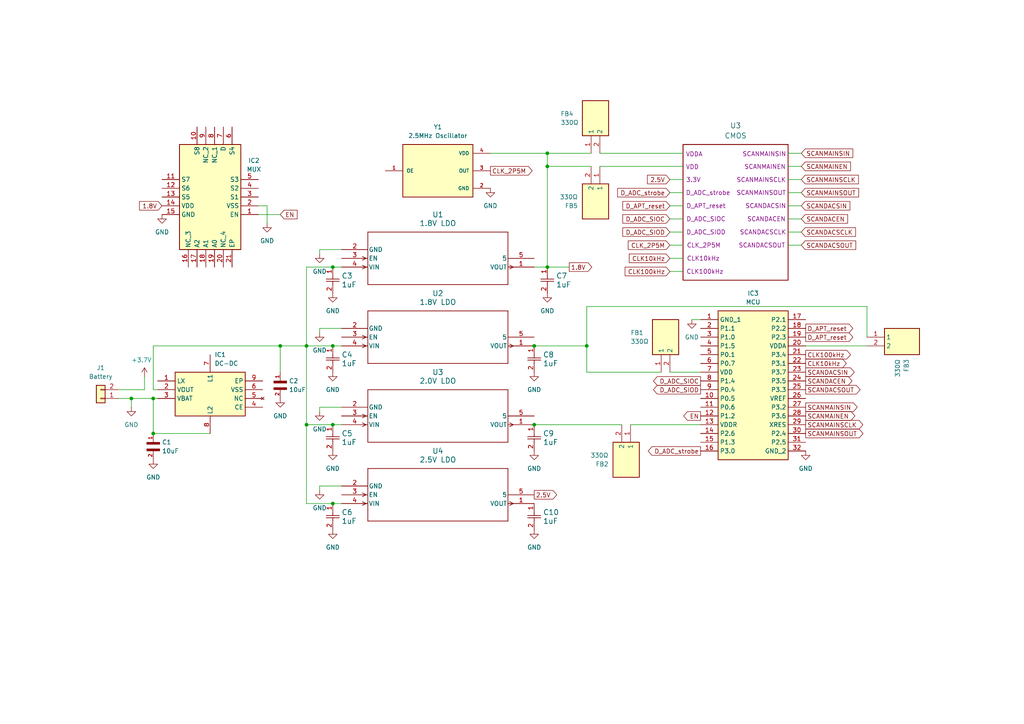
<source format=kicad_sch>
(kicad_sch (version 20230121) (generator eeschema)
  (paper "A4")
  (title_block (title "Implant Hardware") (date "11/25/2023") (rev "v1"))
  (lib_symbols
    (symbol "ADG758BCPZ-REEL7:ADG758BCPZ-REEL7"
      (property "Reference" "IC" (at 24.13 15.24 0))
      (property "Value" "ADG758BCPZ-REEL7" (at 24.13 12.7 0))
      (symbol "ADG758BCPZ-REEL7_1_1"
        (rectangle (start 5.08 10.16) (end 22.86 -20.32) (stroke (width 0.254)) (fill (type background)))
        (pin passive line (at 0 0 0) (length 5.08) (name "EN") (number "1"))
        (pin passive line (at 17.78 -25.4 90) (length 5.08) (name "S8") (number "10"))
        (pin passive line (at 27.94 -10.16 180) (length 5.08) (name "S7") (number "11"))
        (pin passive line (at 27.94 -7.62 180) (length 5.08) (name "S6") (number "12"))
        (pin passive line (at 27.94 -5.08 180) (length 5.08) (name "S5") (number "13"))
        (pin passive line (at 27.94 -2.54 180) (length 5.08) (name "VDD") (number "14"))
        (pin passive line (at 27.94 0 180) (length 5.08) (name "GND") (number "15"))
        (pin passive line (at 20.32 15.24 270) (length 5.08) (name "NC_3") (number "16"))
        (pin passive line (at 17.78 15.24 270) (length 5.08) (name "A2") (number "17"))
        (pin passive line (at 15.24 15.24 270) (length 5.08) (name "A1") (number "18"))
        (pin passive line (at 12.7 15.24 270) (length 5.08) (name "A0") (number "19"))
        (pin passive line (at 0 -2.54 0) (length 5.08) (name "VSS") (number "2"))
        (pin passive line (at 10.16 15.24 270) (length 5.08) (name "NC_4") (number "20"))
        (pin passive line (at 7.62 15.24 270) (length 5.08) (name "EP") (number "21"))
        (pin passive line (at 0 -5.08 0) (length 5.08) (name "S1") (number "3"))
        (pin passive line (at 0 -7.62 0) (length 5.08) (name "S2") (number "4"))
        (pin passive line (at 0 -10.16 0) (length 5.08) (name "S3") (number "5"))
        (pin passive line (at 7.62 -25.4 90) (length 5.08) (name "S4") (number "6"))
        (pin passive line (at 10.16 -25.4 90) (length 5.08) (name "D") (number "7"))
        (pin passive line (at 12.7 -25.4 90) (length 5.08) (name "NC_1") (number "8"))
        (pin passive line (at 15.24 -25.4 90) (length 5.08) (name "NC_2") (number "9"))
      )
    )
    (symbol "BLM21PG331SN1D:BLM21PG331SN1D"
      (property "Reference" "FB" (at 16.51 7.62 0))
      (property "Value" "BLM21PG331SN1D" (at 16.51 5.08 0))
      (symbol "BLM21PG331SN1D_1_1"
        (rectangle (start 5.08 2.54) (end 15.24 -5.08) (stroke (width 0.254)) (fill (type background)))
        (pin passive line (at 0 0 0) (length 5.08) (name "1") (number "1"))
        (pin passive line (at 0 -2.54 0) (length 5.08) (name "2") (number "2"))
      )
    )
    (symbol "CYBLE-214015-01:CYBLE-214015-01"
      (property "Reference" "IC" (at 26.67 7.62 0))
      (property "Value" "CYBLE-214015-01" (at 26.67 5.08 0))
      (symbol "CYBLE-214015-01_1_1"
        (rectangle (start 5.08 2.54) (end 25.4 -40.64) (stroke (width 0.254)) (fill (type background)))
        (pin passive line (at 0 0 0) (length 5.08) (name "GND_1") (number "1"))
        (pin passive line (at 0 -22.86 0) (length 5.08) (name "P0.5") (number "10"))
        (pin passive line (at 0 -25.4 0) (length 5.08) (name "P0.6") (number "11"))
        (pin passive line (at 0 -27.94 0) (length 5.08) (name "P1.2") (number "12"))
        (pin passive line (at 0 -30.48 0) (length 5.08) (name "VDDR") (number "13"))
        (pin passive line (at 0 -33.02 0) (length 5.08) (name "P2.6") (number "14"))
        (pin passive line (at 0 -35.56 0) (length 5.08) (name "P1.3") (number "15"))
        (pin passive line (at 0 -38.1 0) (length 5.08) (name "P3.0") (number "16"))
        (pin passive line (at 30.48 0 180) (length 5.08) (name "P2.1") (number "17"))
        (pin passive line (at 30.48 -2.54 180) (length 5.08) (name "P2.2") (number "18"))
        (pin passive line (at 30.48 -5.08 180) (length 5.08) (name "P2.3") (number "19"))
        (pin passive line (at 0 -2.54 0) (length 5.08) (name "P1.1") (number "2"))
        (pin passive line (at 30.48 -7.62 180) (length 5.08) (name "VDDA") (number "20"))
        (pin passive line (at 30.48 -10.16 180) (length 5.08) (name "P3.4") (number "21"))
        (pin passive line (at 30.48 -12.7 180) (length 5.08) (name "P3.1") (number "22"))
        (pin passive line (at 30.48 -15.24 180) (length 5.08) (name "P3.7") (number "23"))
        (pin passive line (at 30.48 -17.78 180) (length 5.08) (name "P3.5") (number "24"))
        (pin passive line (at 30.48 -20.32 180) (length 5.08) (name "P3.3") (number "25"))
        (pin passive line (at 30.48 -22.86 180) (length 5.08) (name "VREF") (number "26"))
        (pin passive line (at 30.48 -25.4 180) (length 5.08) (name "P3.2") (number "27"))
        (pin passive line (at 30.48 -27.94 180) (length 5.08) (name "P3.6") (number "28"))
        (pin passive line (at 30.48 -30.48 180) (length 5.08) (name "XRES") (number "29"))
        (pin passive line (at 0 -5.08 0) (length 5.08) (name "P1.0") (number "3"))
        (pin passive line (at 30.48 -33.02 180) (length 5.08) (name "P2.4") (number "30"))
        (pin passive line (at 30.48 -35.56 180) (length 5.08) (name "P2.5") (number "31"))
        (pin passive line (at 30.48 -38.1 180) (length 5.08) (name "GND_2") (number "32"))
        (pin passive line (at 0 -7.62 0) (length 5.08) (name "P1.5") (number "4"))
        (pin passive line (at 0 -10.16 0) (length 5.08) (name "P0.1") (number "5"))
        (pin passive line (at 0 -12.7 0) (length 5.08) (name "P0.7") (number "6"))
        (pin passive line (at 0 -15.24 0) (length 5.08) (name "VDD") (number "7"))
        (pin passive line (at 0 -17.78 0) (length 5.08) (name "P1.4") (number "8"))
        (pin passive line (at 0 -20.32 0) (length 5.08) (name "P0.4") (number "9"))
      )
    )
    (symbol "Connector_Generic:Conn_01x02" (pin_names (offset 1.016) hide)
      (property "Reference" "J" (at 0 2.54 0))
      (property "Value" "Conn_01x02" (at 0 -5.08 0))
      (symbol "Conn_01x02_1_1"
        (rectangle (start -1.27 -2.413) (end 0 -2.667) (stroke (width 0.1524)))
        (rectangle (start -1.27 0.127) (end 0 -0.127) (stroke (width 0.1524)))
        (rectangle (start -1.27 1.27) (end 1.27 -3.81) (stroke (width 0.254)) (fill (type background)))
        (pin passive line (at -5.08 0 0) (length 3.81) (name "Pin_1") (number "1"))
        (pin passive line (at -5.08 -2.54 0) (length 3.81) (name "Pin_2") (number "2"))
      )
    )
    (symbol "GRM155R70G105KA12D-1uF:GRM155R70G105KA12D" (pin_names (offset 0.254))
      (property "Reference" "C" (at 3.81 3.81 0))
      (property "Value" "GRM155R70G105KA12D" (at 3.81 -3.81 0))
      (symbol "GRM155R70G105KA12D_1_1"
        (polyline (pts (xy 2.54 0) (xy 3.4798 0)) (stroke (width 0.2032)))
        (polyline (pts (xy 3.4798 -1.905) (xy 3.4798 1.905)) (stroke (width 0.2032)))
        (polyline (pts (xy 4.1148 -1.905) (xy 4.1148 1.905)) (stroke (width 0.2032)))
        (polyline (pts (xy 4.1148 0) (xy 5.08 0)) (stroke (width 0.2032)))
        (pin unspecified line (at 0 0 0) (length 2.54) (name "") (number "1"))
        (pin unspecified line (at 7.62 0 180) (length 2.54) (name "") (number "2"))
      )
      (symbol "GRM155R70G105KA12D_1_2"
        (polyline (pts (xy -1.905 -4.1148) (xy 1.905 -4.1148)) (stroke (width 0.2032)))
        (polyline (pts (xy -1.905 -3.4798) (xy 1.905 -3.4798)) (stroke (width 0.2032)))
        (polyline (pts (xy 0 -4.1148) (xy 0 -5.08)) (stroke (width 0.2032)))
        (polyline (pts (xy 0 -2.54) (xy 0 -3.4798)) (stroke (width 0.2032)))
        (pin unspecified line (at 0 0 270) (length 2.54) (name "") (number "1"))
        (pin unspecified line (at 0 -7.62 90) (length 2.54) (name "") (number "2"))
      )
    )
    (symbol "GRM188R60G106ME47J-10uF:GRM188R60G106ME47J" (pin_names (offset 1.016))
      (property "Reference" "C" (at 0 3.8109 0))
      (property "Value" "GRM188R60G106ME47J" (at 0 -5.0885 0))
      (symbol "GRM188R60G106ME47J_0_0"
        (rectangle (start 0 -1.9069) (end 0.635 1.905) (stroke (width 0.1)) (fill (type outline)))
        (rectangle (start 1.9069 -1.9069) (end 2.54 1.905) (stroke (width 0.1)) (fill (type outline)))
        (pin passive line (at -2.54 0 0) (length 2.54) (name "~") (number "1"))
        (pin passive line (at 5.08 0 180) (length 2.54) (name "~") (number "2"))
      )
    )
    (symbol "MIC5365-1.8YMT-TZ:MIC5365-1.8YMT-TZ" (pin_names (offset 0.254))
      (property "Reference" "U" (at 27.94 10.16 0))
      (property "Value" "MIC5365-1.8YMT-TZ" (at 27.94 7.62 0))
      (symbol "MIC5365-1.8YMT-TZ_0_1"
        (polyline (pts (xy 7.0993 -5.08) (xy 6.0579 -5.6007)) (stroke (width 0.2032)))
        (polyline (pts (xy 7.0993 -5.08) (xy 6.0579 -4.5593)) (stroke (width 0.2032)))
        (polyline (pts (xy 7.0993 -2.54) (xy 6.0579 -3.0607)) (stroke (width 0.2032)))
        (polyline (pts (xy 7.0993 -2.54) (xy 6.0579 -2.0193)) (stroke (width 0.2032)))
        (polyline (pts (xy 7.62 -10.16) (xy 48.26 -10.16)) (stroke (width 0.2032)))
        (polyline (pts (xy 7.62 5.08) (xy 7.62 -10.16)) (stroke (width 0.2032)))
        (polyline (pts (xy 48.26 -10.16) (xy 48.26 5.08)) (stroke (width 0.2032)))
        (polyline (pts (xy 48.26 5.08) (xy 7.62 5.08)) (stroke (width 0.2032)))
        (polyline (pts (xy 48.7807 -5.6007) (xy 49.8221 -5.08)) (stroke (width 0.2032)))
        (polyline (pts (xy 48.7807 -4.5593) (xy 49.8221 -5.08)) (stroke (width 0.2032)))
        (pin output line (at 55.88 -5.08 180) (length 7.62) (name "VOUT") (number "1"))
        (pin power_in line (at 0 0 0) (length 7.62) (name "GND") (number "2"))
        (pin input line (at 0 -2.54 0) (length 7.62) (name "EN") (number "3"))
        (pin input line (at 0 -5.08 0) (length 7.62) (name "VIN") (number "4"))
        (pin unspecified line (at 55.88 -2.54 180) (length 7.62) (name "5") (number "5"))
      )
    )
    (symbol "MIC5365-2.0YMT-TZ:MIC5365-2.0YMT-TZ" (pin_names (offset 0.254))
      (property "Reference" "U" (at 27.94 10.16 0))
      (property "Value" "MIC5365-2.0YMT-TZ" (at 27.94 7.62 0))
      (symbol "MIC5365-2.0YMT-TZ_0_1"
        (polyline (pts (xy 7.0993 -5.08) (xy 6.0579 -5.6007)) (stroke (width 0.2032)))
        (polyline (pts (xy 7.0993 -5.08) (xy 6.0579 -4.5593)) (stroke (width 0.2032)))
        (polyline (pts (xy 7.0993 -2.54) (xy 6.0579 -3.0607)) (stroke (width 0.2032)))
        (polyline (pts (xy 7.0993 -2.54) (xy 6.0579 -2.0193)) (stroke (width 0.2032)))
        (polyline (pts (xy 7.62 -10.16) (xy 48.26 -10.16)) (stroke (width 0.2032)))
        (polyline (pts (xy 7.62 5.08) (xy 7.62 -10.16)) (stroke (width 0.2032)))
        (polyline (pts (xy 48.26 -10.16) (xy 48.26 5.08)) (stroke (width 0.2032)))
        (polyline (pts (xy 48.26 5.08) (xy 7.62 5.08)) (stroke (width 0.2032)))
        (polyline (pts (xy 48.7807 -5.6007) (xy 49.8221 -5.08)) (stroke (width 0.2032)))
        (polyline (pts (xy 48.7807 -4.5593) (xy 49.8221 -5.08)) (stroke (width 0.2032)))
        (pin output line (at 55.88 -5.08 180) (length 7.62) (name "VOUT") (number "1"))
        (pin power_in line (at 0 0 0) (length 7.62) (name "GND") (number "2"))
        (pin input line (at 0 -2.54 0) (length 7.62) (name "EN") (number "3"))
        (pin input line (at 0 -5.08 0) (length 7.62) (name "VIN") (number "4"))
        (pin unspecified line (at 55.88 -2.54 180) (length 7.62) (name "5") (number "5"))
      )
    )
    (symbol "MIC5365-2.5YMT-TZ:MIC5365-2.5YMT-TZ" (pin_names (offset 0.254))
      (property "Reference" "U" (at 27.94 10.16 0))
      (property "Value" "MIC5365-2.5YMT-TZ" (at 27.94 7.62 0))
      (symbol "MIC5365-2.5YMT-TZ_0_1"
        (polyline (pts (xy 7.0993 -5.08) (xy 6.0579 -5.6007)) (stroke (width 0.2032)))
        (polyline (pts (xy 7.0993 -5.08) (xy 6.0579 -4.5593)) (stroke (width 0.2032)))
        (polyline (pts (xy 7.0993 -2.54) (xy 6.0579 -3.0607)) (stroke (width 0.2032)))
        (polyline (pts (xy 7.0993 -2.54) (xy 6.0579 -2.0193)) (stroke (width 0.2032)))
        (polyline (pts (xy 7.62 -10.16) (xy 48.26 -10.16)) (stroke (width 0.2032)))
        (polyline (pts (xy 7.62 5.08) (xy 7.62 -10.16)) (stroke (width 0.2032)))
        (polyline (pts (xy 48.26 -10.16) (xy 48.26 5.08)) (stroke (width 0.2032)))
        (polyline (pts (xy 48.26 5.08) (xy 7.62 5.08)) (stroke (width 0.2032)))
        (polyline (pts (xy 48.7807 -5.6007) (xy 49.8221 -5.08)) (stroke (width 0.2032)))
        (polyline (pts (xy 48.7807 -4.5593) (xy 49.8221 -5.08)) (stroke (width 0.2032)))
        (pin output line (at 55.88 -5.08 180) (length 7.62) (name "VOUT") (number "1"))
        (pin power_in line (at 0 0 0) (length 7.62) (name "GND") (number "2"))
        (pin input line (at 0 -2.54 0) (length 7.62) (name "EN") (number "3"))
        (pin input line (at 0 -5.08 0) (length 7.62) (name "VIN") (number "4"))
        (pin unspecified line (at 55.88 -2.54 180) (length 7.62) (name "5") (number "5"))
      )
    )
    (symbol "SIT8208AI-8F-33E-2.000000T:SIT8208AI-8F-33E-2.000000T" (pin_names (offset 1.016))
      (property "Reference" "Y" (at -10.16 8.128 0))
      (property "Value" "SIT8208AI-8F-33E-2.000000T" (at -10.16 -10.16 0))
      (symbol "SIT8208AI-8F-33E-2.000000T_0_0"
        (rectangle (start -10.16 -7.62) (end 10.16 7.62) (stroke (width 0.254)) (fill (type background)))
        (pin input line (at -15.24 0 0) (length 5.08) (name "OE") (number "1"))
        (pin power_in line (at 15.24 -5.08 180) (length 5.08) (name "GND") (number "2"))
        (pin output line (at 15.24 0 180) (length 5.08) (name "OUT") (number "3"))
        (pin power_in line (at 15.24 5.08 180) (length 5.08) (name "VDD") (number "4"))
      )
    )
    (symbol "XCL101A301ER-G:XCL101A301ER-G"
      (property "Reference" "IC" (at 19.05 15.24 0))
      (property "Value" "XCL101A301ER-G" (at 19.05 12.7 0))
      (symbol "XCL101A301ER-G_1_1"
        (rectangle (start 5.08 10.16) (end 17.78 -10.16) (stroke (width 0.254)) (fill (type background)))
        (pin passive line (at 7.62 -15.24 90) (length 5.08) (name "LX") (number "1"))
        (pin passive line (at 10.16 -15.24 90) (length 5.08) (name "VOUT") (number "2"))
        (pin passive line (at 12.7 -15.24 90) (length 5.08) (name "VBAT") (number "3"))
        (pin passive line (at 15.24 15.24 270) (length 5.08) (name "CE") (number "4"))
        (pin no_connect line (at 12.7 15.24 270) (length 5.08) (name "NC") (number "5"))
        (pin passive line (at 10.16 15.24 270) (length 5.08) (name "VSS") (number "6"))
        (pin passive line (at 0 0 0) (length 5.08) (name "L1") (number "7"))
        (pin passive line (at 22.86 0 180) (length 5.08) (name "L2") (number "8"))
        (pin passive line (at 7.62 15.24 270) (length 5.08) (name "EP") (number "9"))
      )
    )
    (symbol "power:+3.3V" (power) (pin_names (offset 0))
      (property "Value" "+3.3V" (at 0 3.556 0))
      (symbol "+3.3V_0_1"
        (polyline (pts (xy -0.762 1.27) (xy 0 2.54)))
        (polyline (pts (xy 0 0) (xy 0 2.54)))
        (polyline (pts (xy 0 2.54) (xy 0.762 1.27)))
      )
      (symbol "+3.3V_1_1"
        (pin power_in line (at 0 0 90) (length 0) hide (name "+3.3V") (number "1"))
      )
    )
    (symbol "power:GND" (power) (pin_names (offset 0))
      (property "Value" "GND" (at 0 -3.81 0))
      (symbol "GND_0_1"
        (polyline (pts (xy 0 0) (xy 0 -1.27) (xy 1.27 -1.27) (xy 0 -2.54) (xy -1.27 -1.27) (xy 0 -1.27)))
      )
      (symbol "GND_1_1"
        (pin power_in line (at 0 0 270) (length 0) hide (name "GND") (number "1"))
      )
    )
  )
  (junction (at 96.52 123.19))
  (junction (at 44.45 115.57))
  (junction (at 96.52 77.47))
  (junction (at 154.94 123.19))
  (junction (at 44.45 125.73))
  (junction (at 88.9 123.19))
  (junction (at 88.9 100.33))
  (junction (at 154.94 100.33))
  (junction (at 158.75 77.47))
  (junction (at 158.75 44.45))
  (junction (at 96.52 146.05))
  (junction (at 96.52 100.33))
  (junction (at 158.75 48.26))
  (junction (at 170.18 100.33))
  (junction (at 38.1 115.57))
  (junction (at 81.28 100.33))
  (wire (pts (xy 173.99 48.26) (xy 198.12 48.26)))
  (wire (pts (xy 228.6 52.07) (xy 232.41 52.07)))
  (wire (pts (xy 45.72 113.03) (xy 44.45 113.03)))
  (wire (pts (xy 158.75 48.26) (xy 171.45 48.26)))
  (wire (pts (xy 88.9 100.33) (xy 96.52 100.33)))
  (wire (pts (xy 228.6 71.12) (xy 232.41 71.12)))
  (wire (pts (xy 38.1 115.57) (xy 44.45 115.57)))
  (wire (pts (xy 194.31 78.74) (xy 198.12 78.74)))
  (wire (pts (xy 88.9 77.47) (xy 96.52 77.47)))
  (wire (pts (xy 99.06 95.25) (xy 92.71 95.25)))
  (wire (pts (xy 142.24 44.45) (xy 158.75 44.45)))
  (wire (pts (xy 158.75 48.26) (xy 158.75 44.45)))
  (wire (pts (xy 88.9 100.33) (xy 88.9 123.19)))
  (wire (pts (xy 44.45 125.73) (xy 60.96 125.73)))
  (wire (pts (xy 38.1 115.57) (xy 38.1 118.11)))
  (wire (pts (xy 194.31 71.12) (xy 198.12 71.12)))
  (wire (pts (xy 228.6 63.5) (xy 232.41 63.5)))
  (wire (pts (xy 251.46 97.79) (xy 251.46 88.9)))
  (wire (pts (xy 251.46 88.9) (xy 170.18 88.9)))
  (wire (pts (xy 88.9 77.47) (xy 88.9 100.33)))
  (wire (pts (xy 154.94 123.19) (xy 180.34 123.19)))
  (wire (pts (xy 194.31 52.07) (xy 198.12 52.07)))
  (wire (pts (xy 194.31 67.31) (xy 198.12 67.31)))
  (wire (pts (xy 191.77 107.95) (xy 170.18 107.95)))
  (wire (pts (xy 194.31 74.93) (xy 198.12 74.93)))
  (wire (pts (xy 154.94 77.47) (xy 158.75 77.47)))
  (wire (pts (xy 44.45 113.03) (xy 44.45 100.33)))
  (wire (pts (xy 92.71 95.25) (xy 92.71 96.52)))
  (wire (pts (xy 194.31 63.5) (xy 198.12 63.5)))
  (wire (pts (xy 41.91 109.22) (xy 41.91 113.03)))
  (wire (pts (xy 81.28 100.33) (xy 81.28 107.95)))
  (wire (pts (xy 34.29 115.57) (xy 38.1 115.57)))
  (wire (pts (xy 74.93 62.23) (xy 81.28 62.23)))
  (wire (pts (xy 170.18 88.9) (xy 170.18 100.33)))
  (wire (pts (xy 77.47 59.69) (xy 77.47 64.77)))
  (wire (pts (xy 200.66 92.71) (xy 203.2 92.71)))
  (wire (pts (xy 228.6 67.31) (xy 232.41 67.31)))
  (wire (pts (xy 170.18 107.95) (xy 170.18 100.33)))
  (wire (pts (xy 194.31 107.95) (xy 203.2 107.95)))
  (wire (pts (xy 99.06 72.39) (xy 92.71 72.39)))
  (wire (pts (xy 88.9 146.05) (xy 96.52 146.05)))
  (wire (pts (xy 44.45 100.33) (xy 81.28 100.33)))
  (wire (pts (xy 228.6 48.26) (xy 232.41 48.26)))
  (wire (pts (xy 228.6 55.88) (xy 232.41 55.88)))
  (wire (pts (xy 194.31 59.69) (xy 198.12 59.69)))
  (wire (pts (xy 88.9 123.19) (xy 88.9 146.05)))
  (wire (pts (xy 158.75 44.45) (xy 171.45 44.45)))
  (wire (pts (xy 173.99 44.45) (xy 198.12 44.45)))
  (wire (pts (xy 92.71 72.39) (xy 92.71 73.66)))
  (wire (pts (xy 88.9 123.19) (xy 96.52 123.19)))
  (wire (pts (xy 182.88 123.19) (xy 203.2 123.19)))
  (wire (pts (xy 34.29 113.03) (xy 41.91 113.03)))
  (wire (pts (xy 96.52 100.33) (xy 99.06 100.33)))
  (wire (pts (xy 96.52 146.05) (xy 99.06 146.05)))
  (wire (pts (xy 96.52 77.47) (xy 99.06 77.47)))
  (wire (pts (xy 81.28 100.33) (xy 88.9 100.33)))
  (wire (pts (xy 165.1 77.47) (xy 158.75 77.47)))
  (wire (pts (xy 44.45 115.57) (xy 44.45 125.73)))
  (wire (pts (xy 158.75 77.47) (xy 158.75 48.26)))
  (wire (pts (xy 194.31 55.88) (xy 198.12 55.88)))
  (wire (pts (xy 228.6 44.45) (xy 232.41 44.45)))
  (wire (pts (xy 99.06 118.11) (xy 92.71 118.11)))
  (wire (pts (xy 99.06 140.97) (xy 92.71 140.97)))
  (wire (pts (xy 92.71 118.11) (xy 92.71 119.38)))
  (wire (pts (xy 92.71 140.97) (xy 92.71 142.24)))
  (wire (pts (xy 44.45 115.57) (xy 45.72 115.57)))
  (wire (pts (xy 74.93 59.69) (xy 77.47 59.69)))
  (wire (pts (xy 170.18 100.33) (xy 154.94 100.33)))
  (wire (pts (xy 233.68 100.33) (xy 251.46 100.33)))
  (wire (pts (xy 96.52 123.19) (xy 99.06 123.19)))
  (wire (pts (xy 228.6 59.69) (xy 232.41 59.69)))
  (text "+3.7V" (at 38.1 105.41 0) (effects (font (size 1.27 1.27)) (justify left bottom)))
  (global_label "SCANMAINSCLK" (shape input) (at 232.41 52.07 0) (property "Intersheetrefs" "${INTERSHEET_REFS}" (effects hide)))
  (global_label "SCANMAINSIN" (shape output) (at 233.68 118.11 0) (property "Intersheetrefs" "${INTERSHEET_REFS}" (effects hide)))
  (global_label "SCANDACEN" (shape output) (at 233.68 110.49 0) (property "Intersheetrefs" "${INTERSHEET_REFS}" (effects hide)))
  (global_label "CLK100kHz" (shape input) (at 194.31 78.74 180) (property "Intersheetrefs" "${INTERSHEET_REFS}" (effects hide)))
  (global_label "2.5V" (shape output) (at 154.94 143.51 0) (property "Intersheetrefs" "${INTERSHEET_REFS}" (effects hide)))
  (global_label "D_ADC_strobe" (shape output) (at 203.2 130.81 180) (property "Intersheetrefs" "${INTERSHEET_REFS}" (effects hide)))
  (global_label "D_APT_reset" (shape output) (at 233.68 95.25 0) (property "Intersheetrefs" "${INTERSHEET_REFS}" (effects hide)))
  (global_label "SCANMAINSOUT" (shape output) (at 233.68 125.73 0) (property "Intersheetrefs" "${INTERSHEET_REFS}" (effects hide)))
  (global_label "SCANDACSOUT" (shape output) (at 233.68 113.03 0) (property "Intersheetrefs" "${INTERSHEET_REFS}" (effects hide)))
  (global_label "EN" (shape output) (at 203.2 120.65 180) (property "Intersheetrefs" "${INTERSHEET_REFS}" (effects hide)))
  (global_label "CLK10kHz" (shape input) (at 194.31 74.93 180) (property "Intersheetrefs" "${INTERSHEET_REFS}" (effects hide)))
  (global_label "D_APT_reset" (shape input) (at 194.31 59.69 180) (property "Intersheetrefs" "${INTERSHEET_REFS}" (effects hide)))
  (global_label "CLK_2P5M" (shape input) (at 194.31 71.12 180) (property "Intersheetrefs" "${INTERSHEET_REFS}" (effects hide)))
  (global_label "SCANMAINSOUT" (shape input) (at 232.41 55.88 0) (property "Intersheetrefs" "${INTERSHEET_REFS}" (effects hide)))
  (global_label "D_ADC_SIOD" (shape input) (at 194.31 67.31 180) (property "Intersheetrefs" "${INTERSHEET_REFS}" (effects hide)))
  (global_label "SCANDACSIN" (shape output) (at 233.68 107.95 0) (property "Intersheetrefs" "${INTERSHEET_REFS}" (effects hide)))
  (global_label "SCANMAINSCLK" (shape output) (at 233.68 123.19 0) (property "Intersheetrefs" "${INTERSHEET_REFS}" (effects hide)))
  (global_label "SCANDACSCLK" (shape input) (at 232.41 67.31 0) (property "Intersheetrefs" "${INTERSHEET_REFS}" (effects hide)))
  (global_label "CLK100kHz" (shape output) (at 233.68 102.87 0) (property "Intersheetrefs" "${INTERSHEET_REFS}" (effects hide)))
  (global_label "SCANDACEN" (shape input) (at 232.41 63.5 0) (property "Intersheetrefs" "${INTERSHEET_REFS}" (effects hide)))
  (global_label "SCANMAINEN" (shape output) (at 233.68 120.65 0) (property "Intersheetrefs" "${INTERSHEET_REFS}" (effects hide)))
  (global_label "D_ADC_strobe" (shape input) (at 194.31 55.88 180) (property "Intersheetrefs" "${INTERSHEET_REFS}" (effects hide)))
  (global_label "SCANDACSOUT" (shape input) (at 232.41 71.12 0) (property "Intersheetrefs" "${INTERSHEET_REFS}" (effects hide)))
  (global_label "SCANMAINEN" (shape input) (at 232.41 48.26 0) (property "Intersheetrefs" "${INTERSHEET_REFS}" (effects hide)))
  (global_label "D_ADC_SIOC" (shape output) (at 203.2 110.49 180) (property "Intersheetrefs" "${INTERSHEET_REFS}" (effects hide)))
  (global_label "D_ADC_SIOD" (shape output) (at 203.2 113.03 180) (property "Intersheetrefs" "${INTERSHEET_REFS}" (effects hide)))
  (global_label "SCANMAINSIN" (shape input) (at 232.41 44.45 0) (property "Intersheetrefs" "${INTERSHEET_REFS}" (effects hide)))
  (global_label "CLK_2P5M" (shape output) (at 142.24 49.53 0) (property "Intersheetrefs" "${INTERSHEET_REFS}" (effects hide)))
  (global_label "D_APT_reset" (shape output) (at 233.68 97.79 0) (property "Intersheetrefs" "${INTERSHEET_REFS}" (effects hide)))
  (global_label "1.8V" (shape output) (at 165.1 77.47 0) (property "Intersheetrefs" "${INTERSHEET_REFS}" (effects hide)))
  (global_label "1.8V" (shape input) (at 46.99 59.69 180) (property "Intersheetrefs" "${INTERSHEET_REFS}" (effects hide)))
  (global_label "CLK10kHz" (shape output) (at 233.68 105.41 0) (property "Intersheetrefs" "${INTERSHEET_REFS}" (effects hide)))
  (global_label "2.5V" (shape input) (at 194.31 52.07 180) (property "Intersheetrefs" "${INTERSHEET_REFS}" (effects hide)))
  (global_label "EN" (shape input) (at 81.28 62.23 0) (property "Intersheetrefs" "${INTERSHEET_REFS}" (effects hide)))
  (global_label "D_ADC_SIOC" (shape input) (at 194.31 63.5 180) (property "Intersheetrefs" "${INTERSHEET_REFS}" (effects hide)))
  (global_label "SCANDACSIN" (shape input) (at 232.41 59.69 0) (property "Intersheetrefs" "${INTERSHEET_REFS}" (effects hide)))
  (symbol (lib_id "power:GND") (at 142.24 54.61 0) (unit 1)
    (property "Reference" "#PWR021" (effects hide))
    (property "Value" "GND" (at 142.24 59.69 0))
  )
  (symbol (lib_id "BLM21PG331SN1D:BLM21PG331SN1D") (at 173.99 48.26 270) (unit 1)
    (property "Reference" "FB5" (at 167.64 59.69 90) (effects (justify right)))
    (property "Value" "330Ω" (at 167.64 57.15 90) (effects (justify right)))
    (property "Footprint" "BEADC2012X105N" (effects hide))
    (property "Datasheet" "https://componentsearchengine.com/Datasheets/2/BLM21PG331SN1D.pdf" (effects hide))
    (property "Height" "1.05" (effects hide))
    (property "Mouser Part Number" "81-BLM21P331SG" (effects hide))
    (property "Mouser Price/Stock" "https://www.mouser.co.uk/ProductDetail/Murata-Electronics/BLM21PG331SN1D?qs=bLvI9hvPQQYsUnnUi%2Fpnsg%3D%3D" (effects hide))
    (property "Manufacturer_Name" "Murata Electronics" (effects hide))
    (property "Manufacturer_Part_Number" "BLM21PG331SN1D" (effects hide))
  )
  (symbol (lib_id "GRM155R70G105KA12D-1uF:GRM155R70G105KA12D") (at 96.52 146.05 270) (unit 1)
    (property "Reference" "C6" (at 99.06 148.59 90) (effects (font (size 1.524 1.524)) (justify left)))
    (property "Value" "1uF" (at 99.06 151.13 90) (effects (font (size 1.524 1.524)) (justify left)))
    (property "Footprint" "G-155_MUR" (effects hide))
    (property "Datasheet" "GRM155R70G105KA12D" (effects hide))
  )
  (symbol (lib_id "Connector_Generic:Conn_01x02") (at 29.21 115.57 180) (unit 1)
    (property "Reference" "J1" (at 29.21 106.68 0))
    (property "Value" "Battery" (at 29.21 109.22 0))
    (property "Footprint" "Connector:JWT_A3963_1x02_P3.96mm_Vertical" (effects hide))
  )
  (symbol (lib_id "GRM188R60G106ME47J-10uF:GRM188R60G106ME47J") (at 44.45 128.27 270) (unit 1)
    (property "Reference" "C1" (at 46.99 128.27 90) (effects (justify left)))
    (property "Value" "10uF" (at 46.99 130.81 90) (effects (justify left)))
    (property "Footprint" "GRM188R60G106ME47J:CAPC1608X90N" (effects hide))
  )
  (symbol (lib_id "XCL101A301ER-G:XCL101A301ER-G") (at 60.96 102.87 270) (unit 1)
    (property "Reference" "IC1" (at 62.23 102.87 90) (effects (justify left)))
    (property "Value" "DC-DC" (at 62.23 105.41 90) (effects (justify left)))
    (property "Footprint" "XCL101A301ERG" (effects hide))
    (property "Datasheet" "https://www.torexsemi.com/file/xcl101/XCL101.pdf" (effects hide))
    (property "Height" "1.04" (effects hide))
    (property "Mouser Part Number" "865-XCL101A301ER-G" (effects hide))
    (property "Mouser Price/Stock" "https://www.mouser.co.uk/ProductDetail/Torex-Semiconductor/XCL101A301ER-G?qs=AsjdqWjXhJ8wOG80xjS4Aw%3D%3D" (effects hide))
    (property "Manufacturer_Name" "Torex" (effects hide))
    (property "Manufacturer_Part_Number" "XCL101A301ER-G" (effects hide))
  )
  (symbol (lib_id "power:GND") (at 154.94 130.81 0) (unit 1)
    (property "Reference" "#PWR014" (effects hide))
    (property "Value" "GND" (at 154.94 135.89 0))
  )
  (symbol (lib_id "MIC5365-1.8YMT-TZ:MIC5365-1.8YMT-TZ") (at 99.06 72.39 0) (unit 1)
    (property "Reference" "U1" (at 127 62.23 0) (effects (font (size 1.524 1.524))))
    (property "Value" "1.8V LDO" (at 127 64.77 0) (effects (font (size 1.524 1.524))))
    (property "Footprint" "TMLF-4_MCH" (effects hide))
    (property "Datasheet" "MIC5365-1.8YMT-TZ" (effects hide))
  )
  (symbol (lib_id "BLM21PG331SN1D:BLM21PG331SN1D") (at 171.45 44.45 90) (unit 1)
    (property "Reference" "FB4" (at 162.56 33.02 90) (effects (justify right)))
    (property "Value" "330Ω" (at 162.56 35.56 90) (effects (justify right)))
    (property "Footprint" "BEADC2012X105N" (effects hide))
    (property "Datasheet" "https://componentsearchengine.com/Datasheets/2/BLM21PG331SN1D.pdf" (effects hide))
    (property "Height" "1.05" (effects hide))
    (property "Mouser Part Number" "81-BLM21P331SG" (effects hide))
    (property "Mouser Price/Stock" "https://www.mouser.co.uk/ProductDetail/Murata-Electronics/BLM21PG331SN1D?qs=bLvI9hvPQQYsUnnUi%2Fpnsg%3D%3D" (effects hide))
    (property "Manufacturer_Name" "Murata Electronics" (effects hide))
    (property "Manufacturer_Part_Number" "BLM21PG331SN1D" (effects hide))
  )
  (symbol (lib_id "MIC5365-2.0YMT-TZ:MIC5365-2.0YMT-TZ") (at 99.06 118.11 0) (unit 1)
    (property "Reference" "U3" (at 127 107.95 0) (effects (font (size 1.524 1.524))))
    (property "Value" "2.0V LDO" (at 127 110.49 0) (effects (font (size 1.524 1.524))))
    (property "Footprint" "TMLF-4_MCH" (effects hide))
    (property "Datasheet" "MIC5365-2.0YMT-TZ" (effects hide))
  )
  (symbol (lib_id "GRM155R70G105KA12D-1uF:GRM155R70G105KA12D") (at 96.52 123.19 270) (unit 1)
    (property "Reference" "C5" (at 99.06 125.73 90) (effects (font (size 1.524 1.524)) (justify left)))
    (property "Value" "1uF" (at 99.06 128.27 90) (effects (font (size 1.524 1.524)) (justify left)))
    (property "Footprint" "G-155_MUR" (effects hide))
    (property "Datasheet" "GRM155R70G105KA12D" (effects hide))
  )
  (symbol (lib_id "SIT8208AI-8F-33E-2.000000T:SIT8208AI-8F-33E-2.000000T") (at 127 49.53 0) (unit 1)
    (property "Reference" "Y1" (at 127 36.83 0))
    (property "Value" "2.5MHz Oscillator" (at 127 39.37 0))
    (property "Footprint" "SIT8208AI-8F-33E-2.000000T:OSC_SIT8208AI-8F-33E-2.000000T" (effects hide))
    (property "MF" "SiTime" (effects hide))
    (property "MAXIMUM_PACKAGE_HEIGHT" "1.0 mm" (effects hide))
    (property "Package" "NON STANDARD-4 Rochester Electronics" (effects hide))
    (property "Price" "None" (effects hide))
    (property "Check_prices" "https://www.snapeda.com/parts/SIT8208AI-8F-33E-2.000000T/SiTime/view-part/?ref=eda" (effects hide))
    (property "STANDARD" "Manufacturer Recommendations" (effects hide))
    (property "PARTREV" "NA" (effects hide))
    (property "SnapEDA_Link" "https://www.snapeda.com/parts/SIT8208AI-8F-33E-2.000000T/SiTime/view-part/?ref=snap" (effects hide))
    (property "MP" "SIT8208AI-8F-33E-2.000000T" (effects hide))
    (property "Purchase-URL" "https://www.snapeda.com/api/url_track_click_mouser/?unipart_id=11410720&manufacturer=SiTime&part_name=SIT8208AI-8F-33E-2.000000T&search_term=mems osc xo 2.0000mhz lvcm lvttl" (effects hide))
    (property "Description" "\n2 MHz XO (Standard) LVCMOS, LVTTL Oscillator 3.3V Enable/Disable 4-SMD, No Lead\n" (effects hide))
    (property "Availability" "In Stock" (effects hide))
    (property "MANUFACTURER" "SITIME" (effects hide))
  )
  (symbol (lib_id "GRM188R60G106ME47J-10uF:GRM188R60G106ME47J") (at 81.28 110.49 270) (unit 1)
    (property "Reference" "C2" (at 83.82 110.49 90) (effects (justify left)))
    (property "Value" "10uF" (at 83.82 113.03 90) (effects (justify left)))
    (property "Footprint" "GRM188R60G106ME47J:CAPC1608X90N" (effects hide))
  )
  (symbol (lib_id "power:GND") (at 96.52 85.09 0) (unit 1)
    (property "Reference" "#PWR04" (effects hide))
    (property "Value" "GND" (at 96.52 90.17 0))
  )
  (symbol (lib_id "GRM155R70G105KA12D-1uF:GRM155R70G105KA12D") (at 158.75 77.47 270) (unit 1)
    (property "Reference" "C7" (at 161.29 80.01 90) (effects (font (size 1.524 1.524)) (justify left)))
    (property "Value" "1uF" (at 161.29 82.55 90) (effects (font (size 1.524 1.524)) (justify left)))
    (property "Footprint" "G-155_MUR" (effects hide))
    (property "Datasheet" "GRM155R70G105KA12D" (effects hide))
  )
  (symbol (lib_id "GRM155R70G105KA12D-1uF:GRM155R70G105KA12D") (at 154.94 123.19 270) (unit 1)
    (property "Reference" "C9" (at 157.48 125.73 90) (effects (font (size 1.524 1.524)) (justify left)))
    (property "Value" "1uF" (at 157.48 128.27 90) (effects (font (size 1.524 1.524)) (justify left)))
    (property "Footprint" "G-155_MUR" (effects hide))
    (property "Datasheet" "GRM155R70G105KA12D" (effects hide))
  )
  (symbol (lib_id "power:GND") (at 200.66 92.71 0) (unit 1)
    (property "Reference" "#PWR017" (effects hide))
    (property "Value" "GND" (at 200.66 97.79 0))
  )
  (symbol (lib_id "power:GND") (at 81.28 115.57 0) (unit 1)
    (property "Reference" "#PWR016" (effects hide))
    (property "Value" "GND" (at 81.28 120.65 0))
  )
  (symbol (lib_id "MIC5365-1.8YMT-TZ:MIC5365-1.8YMT-TZ") (at 99.06 95.25 0) (unit 1)
    (property "Reference" "U2" (at 127 85.09 0) (effects (font (size 1.524 1.524))))
    (property "Value" "1.8V LDO" (at 127 87.63 0) (effects (font (size 1.524 1.524))))
    (property "Footprint" "TMLF-4_MCH" (effects hide))
    (property "Datasheet" "MIC5365-1.8YMT-TZ" (effects hide))
  )
  (symbol (lib_id "GRM155R70G105KA12D-1uF:GRM155R70G105KA12D") (at 154.94 100.33 270) (unit 1)
    (property "Reference" "C8" (at 157.48 102.87 90) (effects (font (size 1.524 1.524)) (justify left)))
    (property "Value" "1uF" (at 157.48 105.41 90) (effects (font (size 1.524 1.524)) (justify left)))
    (property "Footprint" "G-155_MUR" (effects hide))
    (property "Datasheet" "GRM155R70G105KA12D" (effects hide))
  )
  (symbol (lib_id "power:GND") (at 154.94 153.67 0) (unit 1)
    (property "Reference" "#PWR015" (effects hide))
    (property "Value" "GND" (at 154.94 158.75 0))
  )
  (symbol (lib_id "power:GND") (at 96.52 130.81 0) (unit 1)
    (property "Reference" "#PWR06" (effects hide))
    (property "Value" "GND" (at 96.52 135.89 0))
  )
  (symbol (lib_id "power:GND") (at 92.71 96.52 0) (unit 1)
    (property "Reference" "#PWR08" (effects hide))
    (property "Value" "GND" (at 92.71 101.6 0))
  )
  (symbol (lib_id "GRM155R70G105KA12D-1uF:GRM155R70G105KA12D") (at 154.94 146.05 270) (unit 1)
    (property "Reference" "C10" (at 157.48 148.59 90) (effects (font (size 1.524 1.524)) (justify left)))
    (property "Value" "1uF" (at 157.48 151.13 90) (effects (font (size 1.524 1.524)) (justify left)))
    (property "Footprint" "G-155_MUR" (effects hide))
    (property "Datasheet" "GRM155R70G105KA12D" (effects hide))
  )
  (symbol (lib_id "power:GND") (at 92.71 73.66 0) (unit 1)
    (property "Reference" "#PWR09" (effects hide))
    (property "Value" "GND" (at 92.71 78.74 0))
  )
  (symbol (lib_id "BLM21PG331SN1D:BLM21PG331SN1D") (at 251.46 97.79 0) (unit 1)
    (property "Reference" "FB3" (at 262.89 104.14 90) (effects (justify right)))
    (property "Value" "330Ω" (at 260.35 104.14 90) (effects (justify right)))
    (property "Footprint" "BEADC2012X105N" (effects hide))
    (property "Datasheet" "https://componentsearchengine.com/Datasheets/2/BLM21PG331SN1D.pdf" (effects hide))
    (property "Height" "1.05" (effects hide))
    (property "Mouser Part Number" "81-BLM21P331SG" (effects hide))
    (property "Mouser Price/Stock" "https://www.mouser.co.uk/ProductDetail/Murata-Electronics/BLM21PG331SN1D?qs=bLvI9hvPQQYsUnnUi%2Fpnsg%3D%3D" (effects hide))
    (property "Manufacturer_Name" "Murata Electronics" (effects hide))
    (property "Manufacturer_Part_Number" "BLM21PG331SN1D" (effects hide))
  )
  (symbol (lib_id "CYBLE-214015-01:CYBLE-214015-01") (at 203.2 92.71 0) (unit 1)
    (property "Reference" "IC3" (at 218.44 85.09 0))
    (property "Value" "MCU" (at 218.44 87.63 0))
    (property "Footprint" "CYBLE21401501" (effects hide))
    (property "Datasheet" "http://www.cypress.com/file/331011/download" (effects hide))
    (property "Height" "1.8" (effects hide))
    (property "Mouser Part Number" "727-CYBLE-214015-01" (effects hide))
    (property "Mouser Price/Stock" "https://www.mouser.co.uk/ProductDetail/Cypress-Semiconductor/CYBLE-214015-01?qs=wd5RIQLrsJhcYt83vZQWnA%3D%3D" (effects hide))
    (property "Manufacturer_Name" "Cypress Semiconductor" (effects hide))
    (property "Manufacturer_Part_Number" "CYBLE-214015-01" (effects hide))
  )
  (symbol (lib_id "power:GND") (at 233.68 130.81 0) (unit 1)
    (property "Reference" "#PWR018" (effects hide))
    (property "Value" "GND" (at 233.68 135.89 0))
  )
  (symbol (lib_id "MIC5365-2.5YMT-TZ:MIC5365-2.5YMT-TZ") (at 99.06 140.97 0) (unit 1)
    (property "Reference" "U4" (at 127 130.81 0) (effects (font (size 1.524 1.524))))
    (property "Value" "2.5V LDO" (at 127 133.35 0) (effects (font (size 1.524 1.524))))
    (property "Footprint" "TMLF-4_MCH" (effects hide))
    (property "Datasheet" "MIC5365-2.5YMT-TZ" (effects hide))
  )
  (symbol (lib_id "power:GND") (at 158.75 85.09 0) (unit 1)
    (property "Reference" "#PWR012" (effects hide))
    (property "Value" "GND" (at 158.75 90.17 0))
  )
  (symbol (lib_id "power:GND") (at 44.45 133.35 0) (unit 1)
    (property "Reference" "#PWR03" (effects hide))
    (property "Value" "GND" (at 44.45 138.43 0))
  )
  (symbol (lib_id "power:GND") (at 96.52 153.67 0) (unit 1)
    (property "Reference" "#PWR07" (effects hide))
    (property "Value" "GND" (at 96.52 158.75 0))
  )
  (symbol (lib_id "GRM155R70G105KA12D-1uF:GRM155R70G105KA12D") (at 96.52 77.47 270) (unit 1)
    (property "Reference" "C3" (at 99.06 80.01 90) (effects (font (size 1.524 1.524)) (justify left)))
    (property "Value" "1uF" (at 99.06 82.55 90) (effects (font (size 1.524 1.524)) (justify left)))
    (property "Footprint" "G-155_MUR" (effects hide))
    (property "Datasheet" "GRM155R70G105KA12D" (effects hide))
  )
  (symbol (lib_id "BLM21PG331SN1D:BLM21PG331SN1D") (at 182.88 123.19 270) (unit 1)
    (property "Reference" "FB2" (at 176.53 134.62 90) (effects (justify right)))
    (property "Value" "330Ω" (at 176.53 132.08 90) (effects (justify right)))
    (property "Footprint" "BEADC2012X105N" (effects hide))
    (property "Datasheet" "https://componentsearchengine.com/Datasheets/2/BLM21PG331SN1D.pdf" (effects hide))
    (property "Height" "1.05" (effects hide))
    (property "Mouser Part Number" "81-BLM21P331SG" (effects hide))
    (property "Mouser Price/Stock" "https://www.mouser.co.uk/ProductDetail/Murata-Electronics/BLM21PG331SN1D?qs=bLvI9hvPQQYsUnnUi%2Fpnsg%3D%3D" (effects hide))
    (property "Manufacturer_Name" "Murata Electronics" (effects hide))
    (property "Manufacturer_Part_Number" "BLM21PG331SN1D" (effects hide))
  )
  (symbol (lib_id "power:GND") (at 46.99 62.23 0) (unit 1)
    (property "Reference" "#PWR020" (effects hide))
    (property "Value" "GND" (at 46.99 67.31 0))
  )
  (symbol (lib_id "ADG758BCPZ-REEL7:ADG758BCPZ-REEL7") (at 74.93 62.23 180) (unit 1)
    (property "Reference" "IC2" (at 73.66 46.5739 0))
    (property "Value" "MUX" (at 73.66 49.1139 0))
    (property "Footprint" "QFN50P400X400X80-21N-D" (effects hide))
    (property "Datasheet" "https://www.mouser.in/datasheet/2/609/ADG758_759-1502992.pdf" (effects hide))
    (property "Height" "0.8" (effects hide))
    (property "Mouser Part Number" "584-ADG758BCPZ-R7" (effects hide))
    (property "Mouser Price/Stock" "https://www.mouser.co.uk/ProductDetail/Analog-Devices/ADG758BCPZ-REEL7?qs=BpaRKvA4VqHkaBuI1D%252BNjw%3D%3D" (effects hide))
    (property "Manufacturer_Name" "Analog Devices" (effects hide))
    (property "Manufacturer_Part_Number" "ADG758BCPZ-REEL7" (effects hide))
  )
  (symbol (lib_id "power:GND") (at 96.52 107.95 0) (unit 1)
    (property "Reference" "#PWR05" (effects hide))
    (property "Value" "GND" (at 96.52 113.03 0))
  )
  (symbol (lib_id "BLM21PG331SN1D:BLM21PG331SN1D") (at 191.77 107.95 90) (unit 1)
    (property "Reference" "FB1" (at 182.88 96.52 90) (effects (justify right)))
    (property "Value" "330Ω" (at 182.88 99.06 90) (effects (justify right)))
    (property "Footprint" "BEADC2012X105N" (effects hide))
    (property "Datasheet" "https://componentsearchengine.com/Datasheets/2/BLM21PG331SN1D.pdf" (effects hide))
    (property "Height" "1.05" (effects hide))
    (property "Mouser Part Number" "81-BLM21P331SG" (effects hide))
    (property "Mouser Price/Stock" "https://www.mouser.co.uk/ProductDetail/Murata-Electronics/BLM21PG331SN1D?qs=bLvI9hvPQQYsUnnUi%2Fpnsg%3D%3D" (effects hide))
    (property "Manufacturer_Name" "Murata Electronics" (effects hide))
    (property "Manufacturer_Part_Number" "BLM21PG331SN1D" (effects hide))
  )
  (symbol (lib_id "power:GND") (at 154.94 107.95 0) (unit 1)
    (property "Reference" "#PWR013" (effects hide))
    (property "Value" "GND" (at 154.94 113.03 0))
  )
  (symbol (lib_id "power:GND") (at 92.71 142.24 0) (unit 1)
    (property "Reference" "#PWR011" (effects hide))
    (property "Value" "GND" (at 92.71 147.32 0))
  )
  (symbol (lib_id "power:+3.3V") (at 41.91 109.22 0) (unit 1)
    (property "Reference" "#PWR02" (effects hide))
    (property "Value" "+3.3V" (effects hide))
  )
  (symbol (lib_id "power:GND") (at 38.1 118.11 0) (unit 1)
    (property "Reference" "#PWR01" (effects hide))
    (property "Value" "GND" (at 38.1 123.19 0))
  )
  (symbol (lib_id "power:GND") (at 77.47 64.77 0) (unit 1)
    (property "Reference" "#PWR019" (effects hide))
    (property "Value" "GND" (at 77.47 69.85 0))
  )
  (symbol (lib_id "GRM155R70G105KA12D-1uF:GRM155R70G105KA12D") (at 96.52 100.33 270) (unit 1)
    (property "Reference" "C4" (at 99.06 102.87 90) (effects (font (size 1.524 1.524)) (justify left)))
    (property "Value" "1uF" (at 99.06 105.41 90) (effects (font (size 1.524 1.524)) (justify left)))
    (property "Footprint" "G-155_MUR" (effects hide))
    (property "Datasheet" "GRM155R70G105KA12D" (effects hide))
  )
  (symbol (lib_id "power:GND") (at 92.71 119.38 0) (unit 1)
    (property "Reference" "#PWR010" (effects hide))
    (property "Value" "GND" (at 92.71 124.46 0))
  )
  (sheet (at 198.12 41.91) (size 30.48 39.37) (stroke (width 0.2))
    (property "Sheetname" "CMOS" (at 213.36 39.37 0) (effects (font (size 1.5 1.5))))
    (property "Sheetfile" "cmos.kicad_sch" (effects hide))
    (property "PIN1" "VDDA" (at 198.89 43.93 0) (effects (justify left top)))
    (property "PIN2" "VDD" (at 198.89 49.13 0) (effects (justify left bottom)))
    (property "PIN3" "CLK_2P5M" (at 209.05 71.12 0) (effects (justify right)))
    (property "PIN4" "3.3V" (at 203.27 52.13 0) (effects (justify right)))
    (property "Component" "U3" (at 213.36 35.56 0) (effects (font (size 1.5 1.5)) (justify top)))
    (property "PIN5" "D_ADC_SIOC" (at 204.77 63.5 0))
    (property "PIN6" "D_ADC_SIOD" (at 204.77 67.31 0))
    (property "PIN7" "D_ADC_strobe" (at 205.37 55.88 0))
    (property "PIN8" "D_APT_reset" (at 204.77 59.69 0))
    (property "PIN9" "CLK100kHz" (at 204.47 78.74 0))
    (property "PIN10" "CLK10kHz" (at 203.97 74.93 0))
    (property "PIN11" "SCANDACSIN" (at 222.08 59.69 0))
    (property "PIN12" "SCANDACEN" (at 222.28 63.5 0))
    (property "PIN13" "SCANDACSCLK" (at 221.28 67.31 0))
    (property "PIN14" "SCANMAINSIN" (at 221.67 44.63 0))
    (property "PIN15" "SCANMAINEN" (at 221.88 48.33 0))
    (property "PIN16" "SCANMAINSCLK" (at 220.78 52.13 0))
    (property "PIN17" "SCANMAINSOUT" (at 220.78 55.88 0))
    (property "PIN18" "SCANDACSOUT" (at 220.98 71.12 0))
  )
)
</source>
